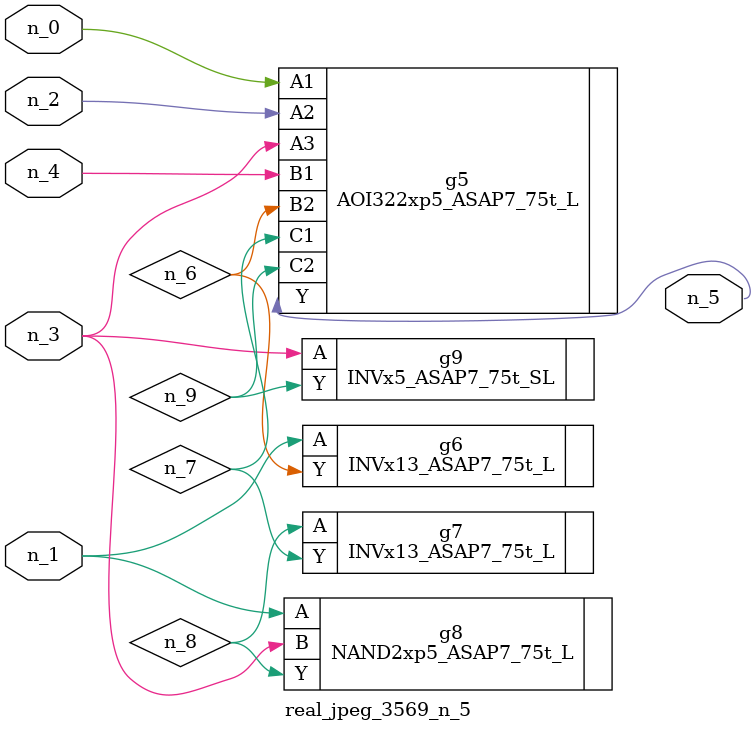
<source format=v>
module real_jpeg_3569_n_5 (n_4, n_0, n_1, n_2, n_3, n_5);

input n_4;
input n_0;
input n_1;
input n_2;
input n_3;

output n_5;

wire n_8;
wire n_6;
wire n_7;
wire n_9;

AOI322xp5_ASAP7_75t_L g5 ( 
.A1(n_0),
.A2(n_2),
.A3(n_3),
.B1(n_4),
.B2(n_6),
.C1(n_7),
.C2(n_9),
.Y(n_5)
);

INVx13_ASAP7_75t_L g6 ( 
.A(n_1),
.Y(n_6)
);

NAND2xp5_ASAP7_75t_L g8 ( 
.A(n_1),
.B(n_3),
.Y(n_8)
);

INVx5_ASAP7_75t_SL g9 ( 
.A(n_3),
.Y(n_9)
);

INVx13_ASAP7_75t_L g7 ( 
.A(n_8),
.Y(n_7)
);


endmodule
</source>
